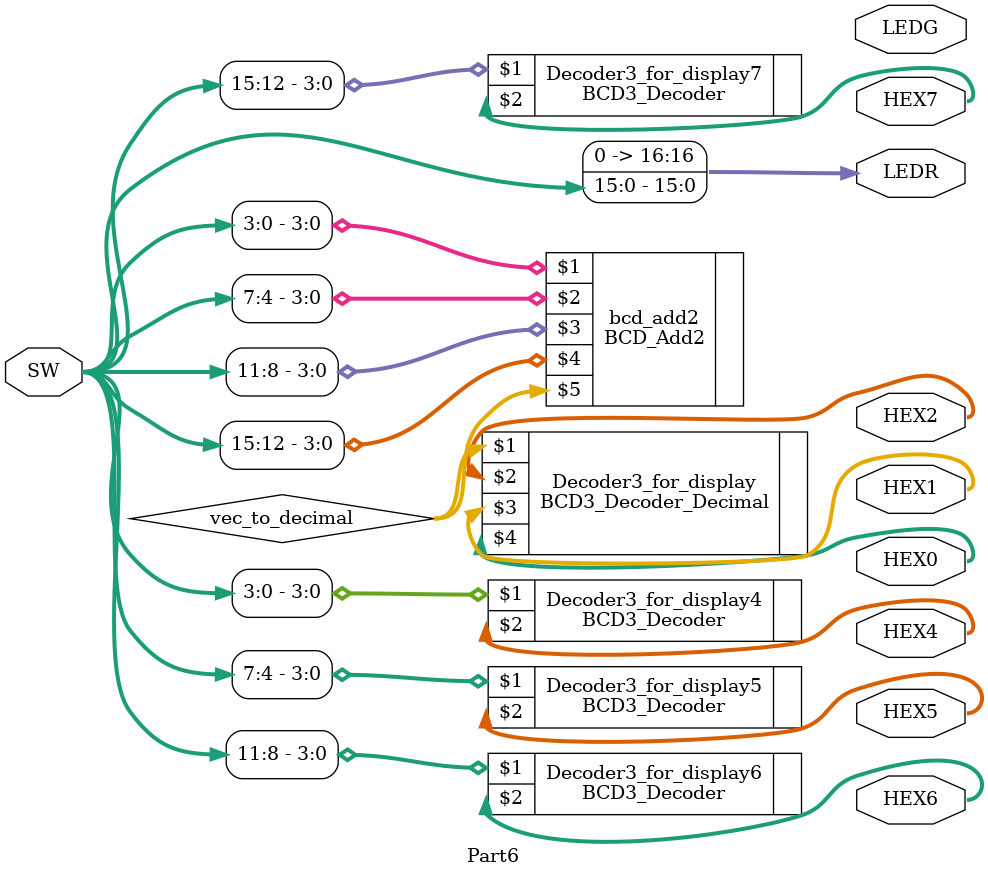
<source format=sv>

module Part6(input logic [15:0]SW,output logic [0:6]HEX7,HEX6,HEX5,HEX4,HEX2,HEX1,HEX0,output logic [16:0]LEDR,output logic [8:8]LEDG);
    
    logic [3:0]vec_to_HEX4,vec_to_HEX6;
    logic ci;
	logic [8:0]vec_to_decimal;
    
    assign LEDR = SW;
    
    BCD_Add2 bcd_add2(SW[3:0],SW[7:4],SW[11:8],SW[15:12],vec_to_decimal[8:0]);
    BCD3_Decoder_Decimal Decoder3_for_display(vec_to_decimal,HEX2,HEX1,HEX0);
    
    BCD3_Decoder Decoder3_for_display4(SW[3:0],HEX4);
    BCD3_Decoder Decoder3_for_display5(SW[7:4],HEX5);
    BCD3_Decoder Decoder3_for_display6(SW[11:8],HEX6);
	BCD3_Decoder Decoder3_for_display7(SW[15:12],HEX7);
    
    

endmodule
</source>
